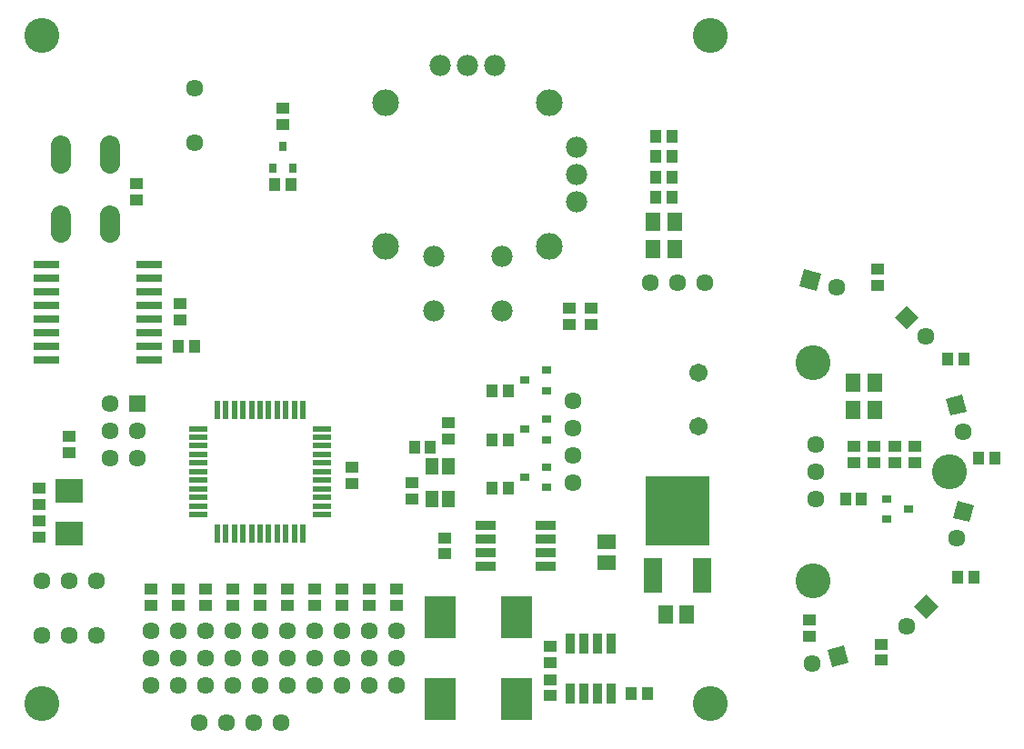
<source format=gts>
G75*
G70*
%OFA0B0*%
%FSLAX24Y24*%
%IPPOS*%
%LPD*%
%AMOC8*
5,1,8,0,0,1.08239X$1,22.5*
%
%ADD10R,0.0671X0.0240*%
%ADD11R,0.0240X0.0671*%
%ADD12R,0.0474X0.0395*%
%ADD13R,0.0635X0.0635*%
%ADD14C,0.0635*%
%ADD15R,0.0316X0.0356*%
%ADD16R,0.0356X0.0316*%
%ADD17R,0.0395X0.0474*%
%ADD18R,0.0635X0.0635*%
%ADD19R,0.0533X0.0671*%
%ADD20R,0.0769X0.0336*%
%ADD21R,0.2363X0.2521*%
%ADD22R,0.0710X0.1261*%
%ADD23R,0.0671X0.0533*%
%ADD24R,0.0363X0.0781*%
%ADD25R,0.1180X0.1580*%
%ADD26R,0.1025X0.0867*%
%ADD27C,0.1280*%
%ADD28C,0.0674*%
%ADD29R,0.0513X0.0631*%
%ADD30C,0.0980*%
%ADD31C,0.0780*%
%ADD32C,0.0720*%
%ADD33R,0.0946X0.0316*%
D10*
X007386Y009399D03*
X007386Y009714D03*
X007386Y010029D03*
X007386Y010344D03*
X007386Y010659D03*
X007386Y010974D03*
X007386Y011289D03*
X007386Y011604D03*
X007386Y011919D03*
X007386Y012234D03*
X007386Y012549D03*
X011914Y012549D03*
X011914Y012234D03*
X011914Y011919D03*
X011914Y011604D03*
X011914Y011289D03*
X011914Y010974D03*
X011914Y010659D03*
X011914Y010344D03*
X011914Y010029D03*
X011914Y009714D03*
X011914Y009399D03*
D11*
X011225Y008710D03*
X010910Y008710D03*
X010595Y008710D03*
X010280Y008710D03*
X009965Y008710D03*
X009650Y008710D03*
X009335Y008710D03*
X009020Y008710D03*
X008705Y008710D03*
X008390Y008710D03*
X008075Y008710D03*
X008075Y013238D03*
X008390Y013238D03*
X008705Y013238D03*
X009020Y013238D03*
X009335Y013238D03*
X009650Y013238D03*
X009965Y013238D03*
X010280Y013238D03*
X010595Y013238D03*
X010910Y013238D03*
X011225Y013238D03*
D12*
X013000Y011119D03*
X013000Y010529D03*
X015200Y010569D03*
X015200Y009979D03*
X016425Y008544D03*
X016425Y007954D03*
X014650Y006669D03*
X014650Y006079D03*
X013650Y006079D03*
X013650Y006669D03*
X012650Y006669D03*
X012650Y006079D03*
X011650Y006079D03*
X011650Y006669D03*
X010650Y006669D03*
X010650Y006079D03*
X009650Y006079D03*
X009650Y006669D03*
X008650Y006669D03*
X008650Y006079D03*
X007650Y006079D03*
X007650Y006669D03*
X006650Y006669D03*
X006650Y006079D03*
X005650Y006079D03*
X005650Y006669D03*
X001550Y008579D03*
X001550Y009169D03*
X001550Y009779D03*
X001550Y010369D03*
X002650Y011679D03*
X002650Y012269D03*
X006700Y016529D03*
X006700Y017119D03*
X005100Y020929D03*
X005100Y021519D03*
X010475Y023704D03*
X010475Y024294D03*
X020975Y016969D03*
X020975Y016379D03*
X021775Y016379D03*
X021775Y016969D03*
X016550Y012769D03*
X016550Y012179D03*
X020275Y004569D03*
X020275Y003979D03*
X020275Y003344D03*
X020275Y002754D03*
X029775Y004929D03*
X029775Y005519D03*
X032400Y004644D03*
X032400Y004054D03*
X032150Y011304D03*
X032150Y011894D03*
X031400Y011894D03*
X031400Y011304D03*
X032900Y011304D03*
X032900Y011894D03*
X033650Y011894D03*
X033650Y011304D03*
X032275Y017804D03*
X032275Y018394D03*
D13*
X005150Y013474D03*
D14*
X004150Y013474D03*
X004150Y012474D03*
X005150Y012474D03*
X005150Y011474D03*
X004150Y011474D03*
X003650Y006974D03*
X002650Y006974D03*
X001650Y006974D03*
X001650Y004974D03*
X002650Y004974D03*
X003650Y004974D03*
X005650Y005124D03*
X006650Y005124D03*
X006650Y004124D03*
X005650Y004124D03*
X005650Y003124D03*
X006650Y003124D03*
X007650Y003124D03*
X008650Y003124D03*
X009650Y003124D03*
X010650Y003124D03*
X011650Y003124D03*
X012650Y003124D03*
X013650Y003124D03*
X014650Y003124D03*
X014650Y004124D03*
X013650Y004124D03*
X012650Y004124D03*
X011650Y004124D03*
X010650Y004124D03*
X009650Y004124D03*
X008650Y004124D03*
X007650Y004124D03*
X007650Y005124D03*
X008650Y005124D03*
X009650Y005124D03*
X010650Y005124D03*
X011650Y005124D03*
X012650Y005124D03*
X013650Y005124D03*
X014650Y005124D03*
X010400Y001774D03*
X009400Y001774D03*
X008400Y001774D03*
X007400Y001774D03*
X021100Y010574D03*
X021100Y011574D03*
X021100Y012574D03*
X021100Y013574D03*
X023950Y017899D03*
X024950Y017899D03*
X025950Y017899D03*
X030783Y017745D03*
X034056Y015923D03*
X035429Y012441D03*
X035171Y008541D03*
X033349Y005318D03*
X029867Y003945D03*
X030025Y009974D03*
X030025Y010974D03*
X030025Y011974D03*
X007250Y023024D03*
X007250Y025024D03*
D15*
X010475Y022893D03*
X010101Y022105D03*
X010849Y022105D03*
D16*
X019356Y014324D03*
X020144Y013950D03*
X020144Y014698D03*
X020144Y012898D03*
X020144Y012150D03*
X019356Y012524D03*
X020144Y011148D03*
X020144Y010400D03*
X019356Y010774D03*
X032631Y009973D03*
X033419Y009599D03*
X032631Y009225D03*
D17*
X031695Y009974D03*
X031105Y009974D03*
X035230Y007099D03*
X035820Y007099D03*
X035980Y011474D03*
X036570Y011474D03*
X035445Y015099D03*
X034855Y015099D03*
X024745Y021024D03*
X024155Y021024D03*
X024155Y021774D03*
X024745Y021774D03*
X024745Y022524D03*
X024155Y022524D03*
X024155Y023274D03*
X024745Y023274D03*
X018745Y013924D03*
X018155Y013924D03*
X018155Y012124D03*
X018745Y012124D03*
X018745Y010374D03*
X018155Y010374D03*
X015895Y011874D03*
X015305Y011874D03*
X007245Y015574D03*
X006655Y015574D03*
X010180Y021499D03*
X010770Y021499D03*
X023255Y002824D03*
X023845Y002824D03*
D18*
G36*
X030445Y004428D02*
X031057Y004592D01*
X031221Y003980D01*
X030609Y003816D01*
X030445Y004428D01*
G37*
G36*
X033608Y006025D02*
X034056Y006473D01*
X034504Y006025D01*
X034056Y005577D01*
X033608Y006025D01*
G37*
G36*
X035041Y009283D02*
X035205Y009895D01*
X035817Y009731D01*
X035653Y009119D01*
X035041Y009283D01*
G37*
G36*
X034947Y013019D02*
X034783Y013631D01*
X035395Y013795D01*
X035559Y013183D01*
X034947Y013019D01*
G37*
G36*
X033349Y016182D02*
X032901Y016630D01*
X033349Y017078D01*
X033797Y016630D01*
X033349Y016182D01*
G37*
G36*
X030041Y017616D02*
X029429Y017780D01*
X029593Y018392D01*
X030205Y018228D01*
X030041Y017616D01*
G37*
D19*
X031381Y014224D03*
X032169Y014224D03*
X032169Y013224D03*
X031381Y013224D03*
X024844Y019149D03*
X024056Y019149D03*
X024056Y020149D03*
X024844Y020149D03*
X024506Y005724D03*
X025294Y005724D03*
D20*
X020127Y007499D03*
X020127Y007999D03*
X020127Y008499D03*
X020127Y008999D03*
X017923Y008999D03*
X017923Y008499D03*
X017923Y007999D03*
X017923Y007499D03*
D21*
X024950Y009524D03*
D22*
X024052Y007166D03*
X025848Y007166D03*
D23*
X022350Y007630D03*
X022350Y008418D03*
D24*
X022525Y004670D03*
X022025Y004670D03*
X021525Y004670D03*
X021025Y004670D03*
X021025Y002828D03*
X021525Y002828D03*
X022025Y002828D03*
X022525Y002828D03*
D25*
X019055Y002624D03*
X016245Y002624D03*
X016245Y005624D03*
X019055Y005624D03*
D26*
X002650Y008687D03*
X002650Y010262D03*
D27*
X001650Y002474D03*
X026150Y002474D03*
X029900Y006974D03*
X034900Y010974D03*
X029900Y014974D03*
X026150Y026974D03*
X001650Y026974D03*
D28*
X025700Y014608D03*
X025700Y012640D03*
D29*
X016565Y011165D03*
X015935Y011165D03*
X015935Y009984D03*
X016565Y009984D03*
D30*
X014250Y019249D03*
X014250Y024499D03*
X020250Y024499D03*
X020250Y019249D03*
D31*
X018500Y018874D03*
X018500Y016874D03*
X016000Y016874D03*
X016000Y018874D03*
X021250Y020874D03*
X021250Y021874D03*
X021250Y022874D03*
X018250Y025874D03*
X017250Y025874D03*
X016250Y025874D03*
D32*
X004140Y022924D02*
X004140Y022284D01*
X002360Y022284D02*
X002360Y022924D01*
X002360Y020364D02*
X002360Y019724D01*
X004140Y019724D02*
X004140Y020364D01*
D33*
X005580Y018574D03*
X005580Y018074D03*
X005580Y017574D03*
X005580Y017074D03*
X005580Y016574D03*
X005580Y016074D03*
X005580Y015574D03*
X005580Y015074D03*
X001810Y015074D03*
X001810Y015574D03*
X001810Y016074D03*
X001810Y016574D03*
X001810Y017074D03*
X001810Y017574D03*
X001810Y018074D03*
X001810Y018574D03*
M02*

</source>
